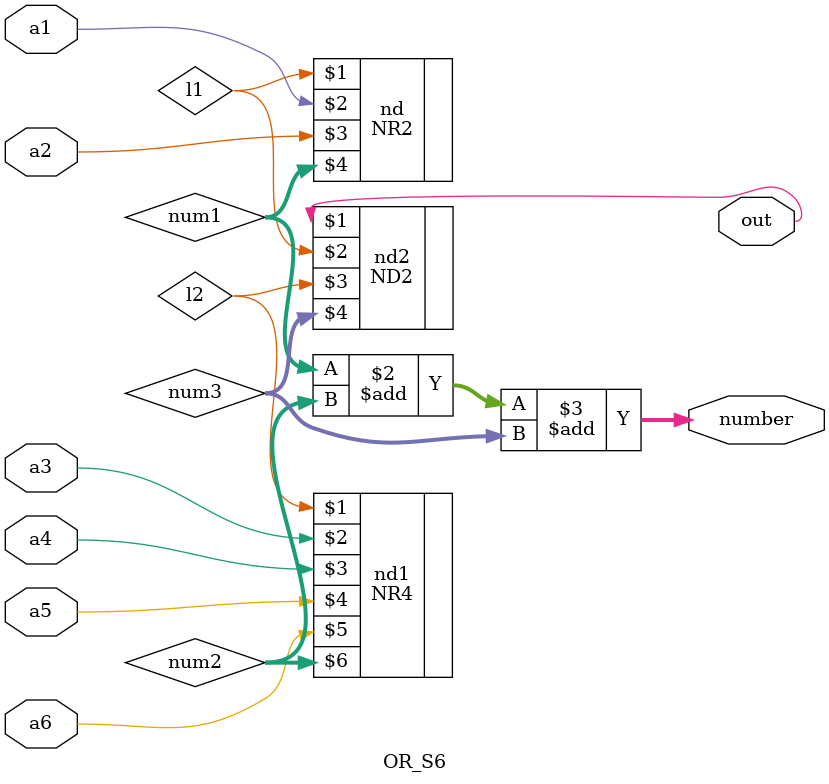
<source format=v>
module div (
	input  clk,
	input  rst_n,
	input  i_in_valid,
	input  [7:0] i_a,
	input  [4:0] i_b,
	output [7:0] o_q,
	output [4:0] o_r,
	output       o_out_valid,
	output [50:0] number
);
	wire[50:0] num_oov;
	//OOV oov(o_out_valid, clk, rst_n, num_oov);

	//stage 0
	wire[50:0] n_pu00, n_pu01, n_pu02, n_pu03, n_pu04, n_stage0, n_ffb0, n_ffa0, n_ff0, n_ff0_01,n_pus0;
	//wire c01,c02,c03,c04,c05;
	wire[4:0] c0;
	wire[4:0] ib0;
	wire[7:0] ia0;
	wire rr0, r0;
	wire q70;
	//REGP#(5) regp01(clk, rst_n, ib0 ,i_b, n_ffb0);
	//REGP#(8) regp02(clk, rst_n, ia0 ,i_a, n_ffa0);
	//FD2 fd00 (zero ,1'd0, clk, rst_n, n_ff0_00);
	//module PU5 (r, cout, s, a, b, number);
	PU5_0 stage0(r0, c0, {1'd0, 1'd0, 1'd0, 1'd0, i_a[7]}, i_b, n_pus0);
	//n_stage0=n_pu00+n_pu01+n_pu02+n_pu03+n_pu04;
	REGP#(1) regp03(clk, rst_n, rr0 ,r0, n_ff0);
	FD2 fd01(q70 ,c0[4], clk, rst_n, n_ff0_01);
	//assign n_stage0 = n_pu00 + n_pu01 + n_pu02 + n_pu03 + n_pu04 + n_ff0+ n_ff0_01;
	assign n_stage0 = n_pus0 + n_ff0+ n_ff0_01;

	//stage 1
	wire[50:0] n_pu10, n_pu11, n_pu12, n_pu13, n_pu14, n_stage1;
	wire[50:0] n_ffb1, n_ffa1, n_ff1, n_ff1_02, n_ff1_03, n_pus1;
	//wire c11,c12,c13,c14,c15;

	wire[4:0] r1, ib1,c1;
	wire[6:0] ia1;
	wire[1:0] rr1;
	wire q60, q71;
	REGP#(5) regp11(clk, rst_n, ib1 ,i_b, n_ffb1);
	REGP#(7) regp12(clk, rst_n, ia1 ,i_a[6:0], n_ffa1);
	PU5_1 stage1(r1, c1, {1'd0, 1'd0, 1'd0, rr0, ia1[6]}, ib1, n_pus1);
	REGP#(2) regp13(clk, rst_n, rr1 ,r1[1:0], n_ff1);
	FD2 fd02(q71 ,q70, clk, rst_n, n_ff1_02);
	FD2 fd03(q60 ,c1[4], clk, rst_n, n_ff1_03);
	//assign n_stage1=n_pu10+n_pu11+n_pu12+n_pu13+n_pu14+n_ffa1+n_ffb1+n_ff1+n_ff1_02+n_ff1_03;
	assign n_stage1=n_pus1+n_ffa1+n_ffb1+n_ff1+n_ff1_02+n_ff1_03;


	//stage 2
	wire[50:0] n_pu20, n_pu21, n_pu22, n_pu23, n_pu24, n_stage2;
	wire[50:0] n_ffb2, n_ffa2, n_ff2, n_ff2_02, n_ff2_03, n_ff2_04,n_pus2;
	//wire c21,c22,c23,c24,c25;
	wire[2:0] rr2;
	wire[4:0] r2, ib2, c2;
	wire[5:0] ia2;
	wire q61, q72, q50;
	REGP#(5) regp21(clk, rst_n, ib2 ,ib1, n_ffb2);
	REGP#(6) regp22(clk, rst_n, ia2 ,ia1[5:0], n_ffa2); 
	PU5_2 stage2(r2, c2, {1'd0, 1'd0, rr1[1:0], ia2[5]}, ib2, n_pus2);
	REGP#(3) regp23(clk, rst_n, rr2 ,r2[2:0], n_ff2);
	FD2 fd04(q72 ,q71, clk, rst_n, n_ff2_02);
	FD2 fd05(q61 ,q60, clk, rst_n, n_ff2_03);
	FD2 fd06(q50 ,c2[4], clk, rst_n, n_ff2_04);
	// assign n_stage2=n_pu20+n_pu21+n_pu22+n_pu23+n_pu24+n_ffb2+n_ffa2+n_ff2+n_ff2_02+n_ff2_03+n_ff2_04;
	assign n_stage2=n_pus2+n_ffb2+n_ffa2+n_ff2+n_ff2_02+n_ff2_03+n_ff2_04;

	//stage 3
	wire[50:0] n_pu30, n_pu31, n_pu32, n_pu33, n_pu34, n_pu35, n_stage3;
	wire[50:0] n_ffb3, n_ffa3, n_ff3, n_ff3_07, n_ff3_08, n_ff3_09, n_ff3_10, n_pus3;
	//wire c31,c32,c33,c34,c35,c36;
	wire[4:0] r3, c3;
	wire[4:0] ia3, ib3;
	wire[3:0] rr3;
	wire q40, q51, q62, q73;
	REGP#(5) regp31(clk, rst_n, ib3 ,ib2, n_ffb3);
	REGP#(5) regp32(clk, rst_n, ia3 ,ia2[4:0], n_ffa3); 
	PU5_3 stage3(r3, c3, {1'd0, rr2[2:0], ia3[4]}, ib3, n_pus3);
	REGP#(4) regp33(clk, rst_n, rr3 ,r3[3:0], n_ff3);
	FD2 fd07(q73 ,q72, clk, rst_n, n_ff3_07);
	FD2 fd08(q62 ,q61, clk, rst_n, n_ff3_08);
	FD2 fd09(q51 ,q50, clk, rst_n, n_ff3_09);
	FD2 fd10(q40 ,c3[4], clk, rst_n, n_ff3_10);
	//assign n_stage3=n_pu30+n_pu31+n_pu32+n_pu33+n_pu34+n_ffb3+n_ffa3+n_ff3+n_ff3_07+n_ff3_08+n_ff3_09+n_ff3_10;
	assign n_stage3=n_pus3+n_ffb3+n_ffa3+n_ff3+n_ff3_07+n_ff3_08+n_ff3_09+n_ff3_10;

	//stage 4
	wire[50:0] n_pu40, n_pu41, n_pu42, n_pu43, n_pu44, n_pu45, n_stage4;
	wire[50:0] n_ffb4, n_ffa4, n_ff4, n_ff4_11, n_ff4_12, n_ff4_13, n_ff4_14, n_ff4_15, n_pus4;
	//wire c41,c42,c43,c44,c45,c46;
	wire q30, q41, q52, q63, q74;
	wire[4:0] r4,c4;
	wire[4:0] rr4, ib4;
	wire[3:0] ia4;
	REGP#(5) regp41(clk, rst_n, ib4 ,ib3, n_ffb4);
	REGP#(4) regp42(clk, rst_n, ia4 ,ia3[3:0], n_ffa4);
	PU5 stage4(r4, c4, {rr3[3:0], ia4[3]}, ib4, n_pus4);
	REGP#(5) regp43(clk, rst_n, rr4 ,r4, n_ff4);
	FD2 fd11(q74, q73, clk, rst_n, n_ff4_11);
	FD2 fd12(q63 ,q62, clk, rst_n, n_ff4_12);
	FD2 fd13(q52 ,q51, clk, rst_n, n_ff4_13);
	FD2 fd14(q41 ,q40, clk, rst_n, n_ff4_14);
	FD2 fd15(q30 ,c4[4], clk, rst_n, n_ff4_15);	
	//assign n_stage4=n_pu40+n_pu41+n_pu42+n_pu43+n_pu44+n_ffa4+n_ffb4+n_ff4+n_ff4_11+n_ff4_12+n_ff4_13+n_ff4_14+n_ff4_15;
	assign n_stage4=n_pus4+n_ffa4+n_ffb4+n_ff4+n_ff4_11+n_ff4_12+n_ff4_13+n_ff4_14+n_ff4_15;

	//stage 5
	wire[50:0] n_pu50, n_pu51, n_pu52, n_pu53, n_pu54, n_pu55, n_stage5;
	wire[50:0] n_ffb5, n_ffa5, n_ff5, n_ff5_16, n_ff5_17, n_ff5_18, n_ff5_19, n_ff5_20, n_ff5_21, n_pus5;
	//wire c51,c52,c53,c54,c55,c56;
	wire q20, q31, q42,q53,q64,q75;
	wire[5:0] r5,c5;
	wire[4:0] rr5, ib5;
	wire[2:0] ia5;
	REGP#(5) regp51(clk, rst_n, ib5 ,ib4, n_ffb5);
	REGP#(3) regp52(clk, rst_n, ia5 ,ia4[2:0], n_ffa5);
	PU5S stage5(r5[4:0], c5, rr4[4], {rr4[3:0], ia5[2]}, ib5, n_pus5);

	//OR2 or1(c5[5], c5[4], rr4[4], n_pu55);
	//PU pu55(r5[5], c5[5], c5[4], c5[5], rr4[4], 1'd0, n_pu55);
	REGP#(5) regp53(clk, rst_n, rr5 ,r5[4:0], n_ff5);
	FD2 fd16(q75, q74, clk, rst_n, n_ff5_16);
	FD2 fd17(q64 ,q63, clk, rst_n, n_ff5_17);
	FD2 fd18(q53 ,q52, clk, rst_n, n_ff5_18);
	FD2 fd19(q42 ,q41, clk, rst_n, n_ff5_19);
	FD2 fd20(q31 ,q30, clk, rst_n, n_ff5_20);
	FD2 fd21(q20 ,c5[5], clk, rst_n, n_ff5_21);		
	// assign n_stage5=n_pu50+n_pu51+n_pu52+n_pu53+n_pu54+n_pu55+n_ffa5+n_ffb5+n_ff5+n_ff5_16+n_ff5_17+n_ff5_18+n_ff5_19+n_ff5_20+n_ff5_21;
	assign n_stage5=n_pus5+n_ffa5+n_ffb5+n_ff5+n_ff5_16+n_ff5_17+n_ff5_18+n_ff5_19+n_ff5_20+n_ff5_21;

////////從這裡開始
	wire[50:0] n_pu60, n_pu61, n_pu62, n_pu63, n_pu64, n_pu65, n_stage6,n_ffb6,n_ffa6,n_ff6;
	wire[50:0] n_ff6_22, n_ff6_23, n_ff6_24, n_ff6_25, n_ff6_26, n_ff6_27, n_ff6_28, n_pus6;
	//wire c61,c62,c63,c64,c65,c66;
	wire[5:0] r6, c6;
	wire[4:0] rr6, ib6;
	wire[1:0] ia6;
	wire q10,q21,q32,q43,q54,q65,q76;
	REGP#(5) regp61(clk, rst_n, ib6 ,ib5, n_ffb6);
	REGP#(2) regp62(clk, rst_n, ia6 ,ia5[1:0], n_ffa6);
	PU5S stage6(r6[4:0], c6, rr5[4], {rr5[3:0], ia6[1]}, ib6, n_pus6);
	// OR2 or2(c6[5], c6[4], rr5[4], n_pu65);
	//PU pu65(r6[5], c6[5], c6[4], c6[5], rr5[4], 1'd0, n_pu65);
	REGP#(5) regp63(clk, rst_n, rr6 ,r6[4:0], n_ff6);
	FD2 fd22(q76, q75, clk, rst_n, n_ff6_22);
	FD2 fd23(q65, q64, clk, rst_n, n_ff6_23);
	FD2 fd24(q54, q53, clk, rst_n, n_ff6_24);
	FD2 fd25(q43, q42, clk, rst_n, n_ff6_25);
	FD2 fd26(q32, q31, clk, rst_n, n_ff6_26);
	FD2 fd27(q21, q20, clk, rst_n, n_ff6_27);
	FD2 fd28(q10, c6[5], clk, rst_n, n_ff6_28);		
	// assign n_stage6=n_pu60+n_pu61+n_pu62+n_pu63+n_pu64+n_pu65+n_ffa6+n_ffb6+n_ff6+n_ff6_22+n_ff6_23+n_ff6_24+n_ff6_25+n_ff6_26+n_ff6_27+n_ff6_28;
	assign n_stage6=n_pus6+n_ffa6+n_ffb6+n_ff6+n_ff6_22+n_ff6_23+n_ff6_24+n_ff6_25+n_ff6_26+n_ff6_27+n_ff6_28;
	
	
	wire[50:0] n_pu70, n_pu71, n_pu72, n_pu73, n_pu74, n_pu75, n_stage7;
	wire[50:0] n_ffa7, n_ffb7,n_fd, n_pus7;
	wire[50:0] n_ff7_29, n_ff7_30, n_ff7_31, n_ff7_32, n_ff7_33, n_ff7_34, n_ff7_35, n_ff7_36, n_ff7_37, n_ff7_38, n_ff7_39, n_ff7_40, n_ff7_41;
	//wire c71,c72,c73,c74,c75,c76;
	wire ia7,q00;
	//wire r01,r02,r03,r04,r05;
	wire[4:0] ib7;
	wire[5:0] c7,r7;
	REGP#(5) regp71(clk, rst_n, ib7 ,ib6, n_ffb7);
	FD2 regp72(ia7 , ia6[0], clk, rst_n, n_ffa7);
	PU5S stage7(r7[4:0], c7, rr6[4], {rr6[3:0], ia7}, ib7, n_pus7);
	//OR2 or3(c7[5], c7[4], rr6[4], n_pu75);
	//PU pu75(r7[5], c7[5], c7[4], c7[5], rr6[4], 1'd0, n_pu75);	
	REGP#(13) regp73(clk, rst_n, {o_q, o_r} ,{q76, q65, q54, q43, q32, q21, q10, c7[5], r7[4:0]}, n_fd);
	assign n_stage7=n_pus7+n_ffb7+n_ffa7+n_fd;

	//+n_ff7_29+n_ff7_30+n_ff7_31+n_ff7_32+n_ff7_33+n_ff7_34+n_ff7_35;
	wire[4:0] ib8;
	wire o;
	wire[50:0] num_oov1;
	// REGP#(5) regp81(clk, rst_n, ib8 ,ib7, n_ffb8);
	OR_S5 orr(o, ib7[0], ib7[1], ib7[2], ib7[3], ib7[4], num_oov1);
	FD2 fdd(o_out_valid, o, clk, rst_n, num_oov);
	assign number=n_stage0+n_stage1+n_stage2+n_stage3+n_stage4+n_stage5+n_stage6+n_stage7+num_oov+num_oov1;

endmodule

//BW-bit FD2
module REGP#(
	parameter BW = 2
)(
	input clk,
	input rst_n,
	output [BW-1:0] Q,
	input [BW-1:0] D,
	output [50:0] number
);

wire [50:0] numbers [0:BW-1];

genvar i;
generate
	for (i=0; i<BW; i=i+1) begin
		FD2 f0(Q[i], D[i], clk, rst_n, numbers[i]);
	end
endgenerate

//sum number of transistors
reg [50:0] sum;
integer j;
always @(*) begin
	sum = 0;
	for (j=0; j<BW; j=j+1) begin 
		sum = sum + numbers[j];
	end
end

assign number = sum;

endmodule

module PU (r, cout, cin, s, a, b, number);
	output r, cout;
	output[50:0] number;
	input a, b, s, cin;
	wire in_b, st;
	wire[50:0] num1,num2,num3;
	IV inv1(in_b, b, num1);
	FA1 fa1(cout, st, a, in_b, cin, num2);
	//MUX1 muxfinal(r, s, st, a, num3);
	MUX21H mux1(r, a, st, s, num3);
	assign number = num1+num2+num3;
	
endmodule
module FAA(cout, s, a, b, cin, number);
    output cout, s;
    input a, b, cin;
    output[50:0] number;
	wire[50:0] num1,num2,num3,num4,num5;
    wire e1;
    EO eo1(e1, a, b, num1);
    AN2 an1(e2, cin, e1, num2);
    AN2 an2(e3, a, b, num3);
    EO eo2(s, e1, cin, num4);
    OR2 or1(cout, e2, e3, num5);
    assign number=num1+num2+num3+num4+num5;



endmodule
module PU5_0 (r, cout, a, b, number);
	output[4:0] cout;
	output[50:0] number;
	input[4:0] a, b;
	output r;
	wire[4:0] in_b, st;
	wire[50:0] num1, num2, num3, num4, num5;
	wire[50:0] num6, num7, num8, num9, num10;
	wire[50:0] num11, num12, num13, num14, num15;
	wire[50:0] num16, num17, num18, num19, num20;
	wire[50:0] num21, num22, num23, num24, num25;
	wire[50:0] num26, num27, num28, num29, num30;
	wire[50:0] num31, num32, num33, num34, num35;
	wire[50:0] num36, num37, num38, num39, num300;
	wire[50:0] n0, n1, n2, n3;
	assign n0=num1+num2+num3+num4+num5+num6+num7;
	assign n1=num27+num29;
	assign n3=num35+num300;
	//a[4]=a[3]=a[2]=a[1]=0
	IV iv0(in_b[0], b[0], num1);
	IV iv1(in_b[1], b[1], num2);
	IV iv2(in_b[2], b[2], num3);
	IV iv3(in_b[3], b[3], num4);
	IV iv4(in_b[4], b[4], num5);
	wire g0,g1,g2,g3,g4,p0,p1,p2,p3,p4;
	AN2 an0(g0, a[0], in_b[0], num6);
	OR2 or0(p0, a[0], in_b[0], num7);
	assign p1=in_b[1];
	assign p2=in_b[2];
	assign p3=in_b[3];
	//assign cout[0] = p0;
	wire p1g0, p1p0;
	//AN2 an5(cout[1], p1, p0, num18);
	wire p2g1, p2p1g0, p2p1p0;
	assign num21=0;
	//AN3 an8(cout[2], p2, p1, p0, num22);
	wire p3g2, p3p2g1 ,p3p2p1g0, p3p2p1p0;
	AN4 an12(cout[3], p3, p2, p1, p0, num27);
	FA1 fa1(cout[4], st[4], a[4], in_b[4], cout[3], num29);

	wire l0, l1, l2, l3, l4;
	EO e00(l0, a[0], in_b[0],num30);
	IV iv11(st[0], l0, num300);
	MUX21H mux0(r, a[0], st[0], cout[4], num35);
	assign number=n0+n1+n3;

endmodule
module PU5_1 (r, cout, a, b, number);
	output[4:0] r, cout;
	output[50:0] number;
	input[4:0] a, b;
	wire[4:0] in_b, st;
	wire[50:0] num1, num2, num3, num4, num5;
	wire[50:0] num6, num7, num8, num9, num10;
	wire[50:0] num11, num12, num13, num14, num15;
	wire[50:0] num16, num17, num18, num19, num20;
	wire[50:0] num21, num22, num23, num24, num25;
	wire[50:0] num26, num27, num28, num29, num30;
	wire[50:0] num31, num32, num33, num34, num35;
	wire[50:0] num36, num37, num38, num39, num300;
	wire[50:0] n0, n1, n2, n3;
	assign n0=num1+num2+num3+num4+num5+num6+num7+num8+num9;
	assign n1=num17+num20;
	assign n2=num21+num22+num23+num24+num25+num26+num27+num28+num29+num30;
	assign n3=num31+num35+num36+num300;
	IV iv0(in_b[0], b[0], num1);
	IV iv1(in_b[1], b[1], num2);
	IV iv2(in_b[2], b[2], num3);
	IV iv3(in_b[3], b[3], num4);
	IV iv4(in_b[4], b[4], num5);
	wire g0,g1,g2,g3,g4,p0,p1,p2,p3,p4;
	//a2=a3=a4=0
	//g2=g3=g4=0
	//p2=inb[2] p3=inb[3]
	AN2 an0(g0, a[0], in_b[0], num6);
	OR2 or0(p0, a[0], in_b[0], num7);
	AN2 an1(g1, a[1], in_b[1], num8);
	OR2 or1(p1, a[1], in_b[1], num9);


	assign cout[0] = p0;
	wire p1g0, p1p0;
	assign num17=0;
	// AN2 an5(p1p0, p1, p0, num18);
	// OR2 or5(cout[1], g1, p1p0, num19);
	wire p2g1, p2p1g0, p2p1p0;
	AN2 an6(p2g1, in_b[2], g1, num20);
	//AN3 an7(p2p1g0, p2, p1, g0, num21);
	assign num21=0;
	AN3 an8(p2p1p0, in_b[2], p1, p0, num22);
	OR2 or6(cout[2], p2g1, p2p1p0, num23);
	wire p3g2, p3p2g1 ,p3p2p1g0, p3p2p1p0;
	assign num24=0;
	AN2 an10(p3p2g1, in_b[3], p2g1, num25);
	//AN4 an11(p3p2p1g0, p3, p2, p1, g0, num26);
	assign num26=0;
	AN4 an12(p3p2p1p0, in_b[3], in_b[2], p1, p0, num27);
	OR2 or7(cout[3], p3p2g1, p3p2p1p0, num28);
	FA1 fa1(cout[4], st[4], a[4], in_b[4], cout[3], num29);

	wire l0, l1, l2, l3, l4;
	EO e00(l0, a[0], in_b[0],num30);
	IV iv11(st[0], l0, num300);
	EO3 eo1(st[1], cout[0],a[1],in_b[1],num31);
	MUX21H mux0(r[0], a[0], st[0], cout[4], num35);
	MUX21H mux1(r[1], a[1], st[1], cout[4], num36);
	assign number=n0+n1+n2+n3;

endmodule
module PU5_2 (r, cout, a, b, number);
	output[4:0] r, cout;
	output[50:0] number;
	input[4:0] a, b;
	wire[4:0] in_b, st;
	wire[50:0] num1, num2, num3, num4, num5;
	wire[50:0] num6, num7, num8, num9, num10;
	wire[50:0] num11, num12, num13, num14, num15;
	wire[50:0] num16, num17, num18, num19, num20;
	wire[50:0] num21, num22, num23, num24, num25;
	wire[50:0] num26, num27, num28, num29, num30;
	wire[50:0] num31, num32, num33, num34, num35;
	wire[50:0] num36, num37, num38, num39, num300;
	wire[50:0] n0, n1, n2, n3;
	assign n0=num1+num2+num3+num4+num5+num6+num7+num8+num9+num10;
	assign n1=num11+num18+num19+num20;
	assign n2=num21+num22+num23+num24+num25+num26+num27+num28+num29+num30;
	assign n3=num31+num32+num35+num36+num37+num300;
	IV iv0(in_b[0], b[0], num1);
	IV iv1(in_b[1], b[1], num2);
	IV iv2(in_b[2], b[2], num3);
	IV iv3(in_b[3], b[3], num4);
	IV iv4(in_b[4], b[4], num5);
	wire g0,g1,g2,g3,g4,p0,p1,p2,p3,p4;
	//a3=a4=0;
	//g3=0
	AN2 an0(g0, a[0], in_b[0], num6);
	OR2 or0(p0, a[0], in_b[0], num7);
	AN2 an1(g1, a[1], in_b[1], num8);
	OR2 or1(p1, a[1], in_b[1], num9);
	AN2 an2(g2, a[2], in_b[2], num10);
	OR2 or2(p2, a[2], in_b[2], num11);

	assign cout[0] = p0;
	wire p1g0, p1p0;
	AN2 an5(p1p0, p1, p0, num18);
	OR2 or5(cout[1], g1, p1p0, num19);
	wire p2g1, p2p1g0, p2p1p0;
	AN2 an6(p2g1, p2, g1, num20);
	//AN3 an7(p2p1g0, p2, p1, g0, num21);
	assign num21=0;
	AN3 an8(p2p1p0, p2, p1, p0, num22);
	OR3 or6(cout[2], g2, p2g1, p2p1p0, num23);
	wire p3g2, p3p2g1 ,p3p2p1g0, p3p2p1p0;
	AN2 an9(p3g2, in_b[3], g2, num24);
	AN2 an10(p3p2g1, in_b[3], p2g1, num25);
	//AN4 an11(p3p2p1g0, p3, p2, p1, g0, num26);
	assign num26=0;
	AN4 an12(p3p2p1p0, in_b[3], p2, p1, p0, num27);
	OR3 or7(cout[3], p3g2, p3p2g1, p3p2p1p0, num28);
	FA1 fa1(cout[4], st[4], a[4], in_b[4], cout[3], num29);

	wire l0, l1, l2, l3, l4;
	EO e00(l0, a[0], in_b[0],num30);
	IV iv11(st[0], l0, num300);
	EO3 eo1(st[1], cout[0],a[1],in_b[1],num31);
	EO3 eo2(st[2], cout[1],a[2],in_b[2],num32);
	// EO eo3(st[3], cout[2], in_b[3],num33);
	// EO eo4(st[4], cout[3], in_b[4],num34);
	MUX21H mux0(r[0], a[0], st[0], cout[4], num35);
	MUX21H mux1(r[1], a[1], st[1], cout[4], num36);
	MUX21H mux2(r[2], a[2], st[2], cout[4], num37);
	// AN2 mux3(r[3], st[3], cout[4], num38);
	// AN2 mux4(r[4], st[4], cout[4], num39);
	assign number=n0+n1+n2+n3;

endmodule
module PU5_3 (r, cout, a, b, number);
	output[4:0] r, cout;
	output[50:0] number;
	input[4:0] a, b;
	wire[4:0] in_b, st;
	wire[50:0] num1, num2, num3, num4, num5;
	wire[50:0] num6, num7, num8, num9, num10;
	wire[50:0] num11, num12, num13, num14, num15;
	wire[50:0] num16, num17, num18, num19, num20;
	wire[50:0] num21, num22, num23, num24, num25;
	wire[50:0] num26, num27, num28, num29, num30;
	wire[50:0] num31, num32, num33, num34, num35;
	wire[50:0] num36, num37, num38, num39, num300;
	wire[50:0] n0, n1, n2, n3;
	assign n0=num1+num2+num3+num4+num5+num6+num7+num8+num9+num10;
	assign n1=num11+num12+num13+num14+num15+num16+num17+num18+num19+num20;
	assign n2=num21+num22+num23+num24+num25+num26+num27+num28+num29+num30;
	assign n3=num31+num32+num33+num35+num36+num37+num38+num300;
	IV iv0(in_b[0], b[0], num1);
	IV iv1(in_b[1], b[1], num2);
	IV iv2(in_b[2], b[2], num3);
	IV iv3(in_b[3], b[3], num4);
	IV iv4(in_b[4], b[4], num5);
	wire g0,g1,g2,g3,g4,p0,p1,p2,p3,p4;
	AN2 an0(g0, a[0], in_b[0], num6);
	OR2 or0(p0, a[0], in_b[0], num7);
	AN2 an1(g1, a[1], in_b[1], num8);
	OR2 or1(p1, a[1], in_b[1], num9);
	AN2 an2(g2, a[2], in_b[2], num10);
	OR2 or2(p2, a[2], in_b[2], num11);
	AN2 an3(g3, a[3], in_b[3], num12);
	OR2 or3(p3, a[3], in_b[3], num13);
	assign num14=0;
	assign num15=0;

	assign num16=0;
	assign cout[0] = p0;
	wire p1g0, p1p0;
	assign num17=0;
	AN2 an5(p1p0, p1, p0, num18);
	OR2 or5(cout[1], g1, p1p0, num19);
	wire p2g1, p2p1g0, p2p1p0;
	AN2 an6(p2g1, p2, g1, num20);
	//AN3 an7(p2p1g0, p2, p1, g0, num21);
	assign num21=0;
	AN3 an8(p2p1p0, p2, p1, p0, num22);
	OR3 or6(cout[2], g2, p2g1, p2p1p0, num23);
	wire p3g2, p3p2g1 ,p3p2p1g0, p3p2p1p0;
	AN2 an9(p3g2, p3, g2, num24);
	AN2 an10(p3p2g1, p3, p2g1, num25);
	//AN4 an11(p3p2p1g0, p3, p2, p1, g0, num26);
	assign num26=0;
	AN4 an12(p3p2p1p0, p3, p2, p1, p0, num27);
	OR4 or7(cout[3], g3, p3g2, p3p2g1, p3p2p1p0, num28);
	FA1 fa1(cout[4], st[4], a[4], in_b[4], cout[3], num29);

	wire l0, l1, l2, l3, l4;
	EO e00(l0, a[0], in_b[0],num30);
	IV iv11(st[0], l0, num300);
	EO3 eo1(st[1], cout[0],a[1],in_b[1],num31);
	EO3 eo2(st[2], cout[1],a[2],in_b[2],num32);
	EO3 eo3(st[3], cout[2],a[3],in_b[3],num33);
	//EO eo4(st[4], cout[3], in_b[4],num34);
	MUX21H mux0(r[0], a[0], st[0], cout[4], num35);
	MUX21H mux1(r[1], a[1], st[1], cout[4], num36);
	MUX21H mux2(r[2], a[2], st[2], cout[4], num37);
	MUX21H mux3(r[3], a[3], st[3], cout[4], num38);
	//AN2 mux4(r[4], st[4], cout[4], num39);
	assign number=n0+n1+n2+n3;

endmodule
module PU5 (r, cout, a, b, number);
	output[4:0] r, cout;
	output[50:0] number;
	input[4:0] a, b;
	wire[4:0] in_b, st;
	wire[50:0] num1, num2, num3, num4, num5;
	wire[50:0] num6, num7, num8, num9, num10;
	wire[50:0] num11, num12, num13, num14, num15;
	wire[50:0] num16, num17, num18, num19, num20;
	wire[50:0] num21, num22, num23, num24, num25;
	wire[50:0] num26, num27, num28, num29, num30;
	wire[50:0] num31, num32, num33, num34, num35;
	wire[50:0] num36, num37, num38, num39, num300;
	wire[50:0] n0, n1, n2, n3;
	assign n0=num1+num2+num3+num4+num5+num6+num7+num8+num9+num10;
	assign n1=num11+num12+num13+num14+num15+num16+num17+num18+num19+num20;
	assign n2=num21+num22+num23+num24+num25+num26+num27+num28+num29+num30;
	assign n3=num31+num32+num33+num35+num36+num37+num38+num39+num300;
	IV iv0(in_b[0], b[0], num1);
	IV iv1(in_b[1], b[1], num2);
	IV iv2(in_b[2], b[2], num3);
	IV iv3(in_b[3], b[3], num4);
	IV iv4(in_b[4], b[4], num5);
	wire g0,g1,g2,g3,g4,p0,p1,p2,p3,p4;
	AN2 an0(g0, a[0], in_b[0], num6);
	OR2 or0(p0, a[0], in_b[0], num7);
	AN2 an1(g1, a[1], in_b[1], num8);
	OR2 or1(p1, a[1], in_b[1], num9);
	AN2 an2(g2, a[2], in_b[2], num10);
	OR2 or2(p2, a[2], in_b[2], num11);
	AN2 an3(g3, a[3], in_b[3], num12);
	OR2 or3(p3, a[3], in_b[3], num13);
	assign num14=0;
	assign num15=0;

	assign num16=0;
	assign cout[0] = p0;
	wire p1g0, p1p0;
	assign num17=0;
	AN2 an5(p1p0, p1, p0, num18);
	OR2 or5(cout[1], g1, p1p0, num19);
	wire p2g1, p2p1g0, p2p1p0;
	AN2 an6(p2g1, p2, g1, num20);
	//AN3 an7(p2p1g0, p2, p1, g0, num21);
	assign num21=0;
	AN3 an8(p2p1p0, p2, p1, p0, num22);
	OR3 or6(cout[2], g2, p2g1, p2p1p0, num23);
	wire p3g2, p3p2g1 ,p3p2p1g0, p3p2p1p0;
	AN2 an9(p3g2, p3, g2, num24);
	AN2 an10(p3p2g1, p3, p2g1, num25);
	//AN4 an11(p3p2p1g0, p3, p2, p1, g0, num26);
	assign num26=0;
	AN4 an12(p3p2p1p0, p3, p2, p1, p0, num27);
	OR4 or7(cout[3], g3, p3g2, p3p2g1, p3p2p1p0, num28);
	FA1 fa1(cout[4], st[4], a[4], in_b[4], cout[3], num29);

	wire l0, l1, l2, l3, l4;
	EO e00(l0, a[0], in_b[0],num30);
	IV iv11(st[0], l0, num300);
	EO3 eo1(st[1], cout[0],a[1],in_b[1],num31);
	EO3 eo2(st[2], cout[1],a[2],in_b[2],num32);
	EO3 eo3(st[3], cout[2],a[3],in_b[3],num33);
	//EO3 eo4(st[4], cout[3],a[4],in_b[4],num34);
	MUX21H mux0(r[0], a[0], st[0], cout[4], num35);
	MUX21H mux1(r[1], a[1], st[1], cout[4], num36);
	MUX21H mux2(r[2], a[2], st[2], cout[4], num37);
	MUX21H mux3(r[3], a[3], st[3], cout[4], num38);
	MUX21H mux4(r[4], a[4], st[4], cout[4], num39);
	assign number=n0+n1+n2+n3;

endmodule
module PU5S (r, cout, rr, a, b, number);
	output[4:0] r;
	output[5:0] cout;
	output[50:0] number;
	input[4:0] a, b;
	input rr;
	wire[4:0] in_b, st,c;
	wire[50:0] num1, num2, num3, num4, num5;
	wire[50:0] num6, num7, num8, num9, num10;
	wire[50:0] num11, num12, num13, num14, num15;
	wire[50:0] num16, num17, num18, num19, num20;
	wire[50:0] num21, num22, num23, num24, num25;
	wire[50:0] num26, num27, num28, num29, num30;
	wire[50:0] num31, num32, num33, num34, num35;
	wire[50:0] num36, num37, num38, num39, num40;
	wire[50:0] num311;
	wire[50:0] n0, n1, n2, n3;
	assign n0=num1+num2+num3+num4+num5+num6+num7+num8+num9+num10;
	assign n1=num11+num12+num13+num14+num15+num16+num17+num18+num19+num20;
	assign n2=num21+num22+num23+num24+num25+num26+num27+num28+num29+num30;
	assign n3=num31+num32+num33+num34+num36+num37+num38+num39+num40+num311;
	IV iv0(in_b[0], b[0], num1);
	IV iv1(in_b[1], b[1], num2);
	IV iv2(in_b[2], b[2], num3);
	IV iv3(in_b[3], b[3], num4);
	IV iv4(in_b[4], b[4], num5);
	wire g0,g1,g2,g3,g4,p0,p1,p2,p3,p4;
	AN2 an0(g0, a[0], in_b[0], num6);
	OR2 or0(p0, a[0], in_b[0], num7);
	AN2 an1(g1, a[1], in_b[1], num8);
	OR2 or1(p1, a[1], in_b[1], num9);
	AN2 an2(g2, a[2], in_b[2], num10);
	OR2 or2(p2, a[2], in_b[2], num11);
	AN2 an3(g3, a[3], in_b[3], num12);
	OR2 or3(p3, a[3], in_b[3], num13);
	assign num14=0;
	assign num15=0;

	//OR2 orrrr(cout[0], g0, p0, num16);
	assign num16=0;
	assign cout[0] = p0;
	wire p1g0, p1p0;
	assign num17=0;
	AN2 an5(p1p0, p1, p0, num18);
	OR2 or5(cout[1], g1, p1p0, num19);
	wire p2g1, p2p1g0, p2p1p0;
	AN2 an6(p2g1, p2, g1, num20);
	//AN3 an7(p2p1g0, p2, p1, g0, num21);
	assign num21=0;
	AN3 an8(p2p1p0, p2, p1, p0, num22);
	OR3 or6(cout[2], g2, p2g1, p2p1p0, num23);
	wire p3g2, p3p2g1 ,p3p2p1g0, p3p2p1p0;
	AN2 an9(p3g2, p3, g2, num24);
	AN3 an10(p3p2g1, p3, p2, g1, num25);
	//AN4 an11(p3p2p1g0, p3, p2, p1, g0, num26);
	assign num26=0;
	AN4 an12(p3p2p1p0, p3, p2, p1, p0, num27);
	OR4 or7(cout[3], g3, p3g2, p3p2g1, p3p2p1p0, num28);
	FA1 fa1(cout[4], st[4], a[4], in_b[4], cout[3], num29);

	OR2 ooor(cout[5], rr, cout[4], num30);
	wire l0, l1, l2, l3, l4;
	EO e00(l0, a[0], in_b[0],num31);
	IV iv11(st[0], l0, num311);
	//EO eo0(st[0], 1'b1,a[0],in_b[0],num31);
	EO3 eo1(st[1], cout[0],a[1],in_b[1],num32);
	EO3 eo2(st[2], cout[1],a[2],in_b[2],num33);
	EO3 eo3(st[3], cout[2],a[3],in_b[3],num34);
	//EO3 eo4(st[4], cout[3],a[4],in_b[4],num35);
	MUX21H mux0(r[0], a[0], st[0], cout[5], num36);
	MUX21H mux1(r[1], a[1], st[1], cout[5], num37);
	MUX21H mux2(r[2], a[2], st[2], cout[5], num38);
	MUX21H mux3(r[3], a[3], st[3], cout[5], num39);
	MUX21H mux4(r[4], a[4], st[4], cout[5], num40);
	assign number=n0+n1+n2+n3;

endmodule
module OR_S5(out, a1, a2, a3, a4, a5, number);
	input a1, a2, a3, a4, a5;
	output out;
	output [50:0] number;
	wire l1, l2;
	wire[50:0] num1, num2, num3;

	NR2 nd(l1, a1, a2,num1);
	NR3 nd1(l2, a3, a4, a5,num2);
	ND2 nd2(out, l1, l2,num3);
	assign number=num1+num2+num3;
endmodule
module OR_S6(out, a1, a2, a3, a4, a5,a6, number);
	input a1, a2, a3, a4, a5, a6;
	output out;
	output [50:0] number;
	wire l1, l2;
	wire[50:0] num1, num2, num3;

	NR2 nd(l1, a1, a2, num1);
	NR4 nd1(l2, a3, a4, a5,a6,num2);
	ND2 nd2(out, l1, l2,num3);
	assign number=num1+num2+num3;
endmodule


</source>
